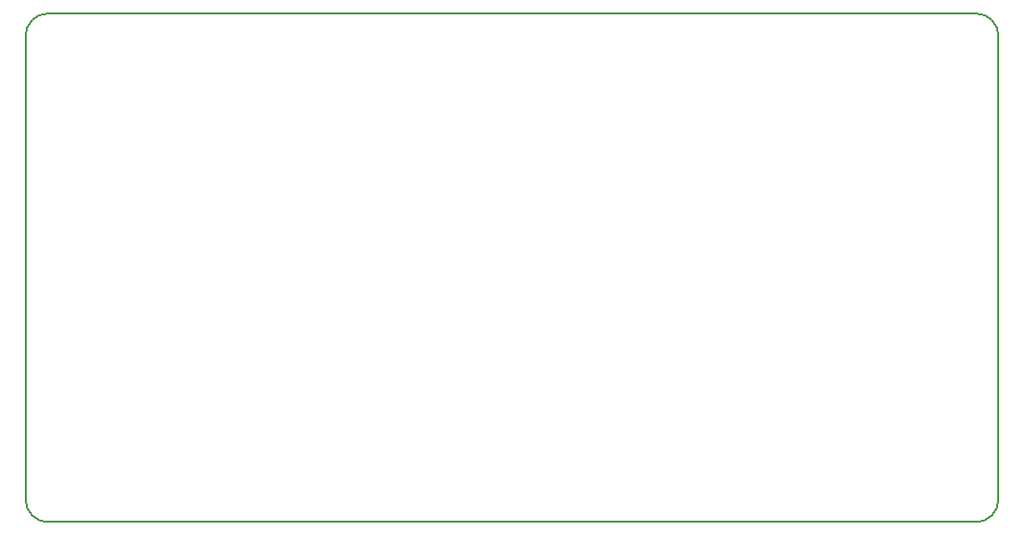
<source format=gbr>
%TF.GenerationSoftware,KiCad,Pcbnew,(5.1.10)-1*%
%TF.CreationDate,2022-04-11T13:22:52+08:00*%
%TF.ProjectId,stm32f103,73746d33-3266-4313-9033-2e6b69636164,rev?*%
%TF.SameCoordinates,Original*%
%TF.FileFunction,Profile,NP*%
%FSLAX46Y46*%
G04 Gerber Fmt 4.6, Leading zero omitted, Abs format (unit mm)*
G04 Created by KiCad (PCBNEW (5.1.10)-1) date 2022-04-11 13:22:52*
%MOMM*%
%LPD*%
G01*
G04 APERTURE LIST*
%TA.AperFunction,Profile*%
%ADD10C,0.200000*%
%TD*%
G04 APERTURE END LIST*
D10*
X116700001Y-75200000D02*
X198700001Y-75200001D01*
X200700000Y-77200000D02*
X200700000Y-118199999D01*
X114700002Y-77200000D02*
G75*
G02*
X116700001Y-75200001I1999999J0D01*
G01*
X116700002Y-120199999D02*
G75*
G02*
X114700002Y-118199999I0J2000000D01*
G01*
X114700002Y-118199999D02*
X114700002Y-77200000D01*
X200700000Y-118199999D02*
G75*
G02*
X198700000Y-120199999I-2000000J0D01*
G01*
X198700001Y-75200001D02*
G75*
G02*
X200700000Y-77200000I0J-1999999D01*
G01*
X198700000Y-120200000D02*
X116700002Y-120200000D01*
M02*

</source>
